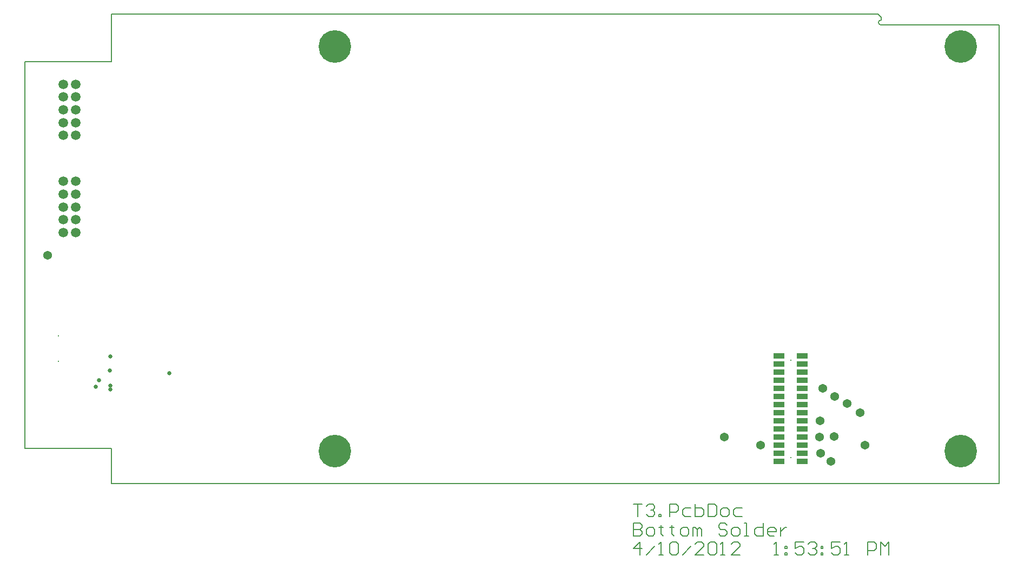
<source format=gbs>
%FSLAX44Y44*%
%MOMM*%
G71*
G01*
G75*
G04 Layer_Color=16711935*
%ADD10O,1.8000X0.4500*%
%ADD11R,0.5000X0.6000*%
%ADD12R,0.9000X0.8000*%
%ADD13R,0.6000X0.7000*%
%ADD14R,2.3000X0.5000*%
%ADD15R,2.5000X2.0000*%
%ADD16C,0.3810*%
%ADD17C,0.5080*%
%ADD18C,0.2540*%
%ADD19C,0.1270*%
%ADD20C,0.1524*%
%ADD21C,1.3970*%
%ADD22C,0.1270*%
%ADD23C,5.0000*%
%ADD24C,0.2000*%
%ADD25C,1.2700*%
%ADD26C,0.5588*%
%ADD27R,1.6764X0.7366*%
%ADD28O,1.9016X0.5516*%
%ADD29R,0.6016X0.7016*%
%ADD30R,1.0016X0.9016*%
%ADD31R,0.7016X0.8016*%
%ADD32R,2.4016X0.6016*%
%ADD33R,2.6016X2.1016*%
%ADD34C,1.4986*%
%ADD35C,0.2286*%
%ADD36C,5.1016*%
%ADD37C,0.3016*%
%ADD38C,1.3716*%
%ADD39C,0.6604*%
%ADD40R,1.7780X0.8382*%
D19*
X1340000Y725500D02*
G03*
X1340000Y718000I0J-3750D01*
G01*
X1525000Y0D02*
Y718000D01*
X136000Y735000D02*
X1335000D01*
X1340000Y730000D01*
Y725500D02*
Y730000D01*
Y718000D02*
X1525000D01*
X136000Y0D02*
Y55000D01*
X0D02*
X136000D01*
X0D02*
Y660500D01*
X136000D02*
Y735000D01*
X0Y660500D02*
X136000D01*
D20*
X952750Y-61756D02*
Y-81750D01*
X962747D01*
X966079Y-78418D01*
Y-75086D01*
X962747Y-71753D01*
X952750D01*
X962747D01*
X966079Y-68421D01*
Y-65089D01*
X962747Y-61756D01*
X952750D01*
X976076Y-81750D02*
X982740D01*
X986073Y-78418D01*
Y-71753D01*
X982740Y-68421D01*
X976076D01*
X972744Y-71753D01*
Y-78418D01*
X976076Y-81750D01*
X996069Y-65089D02*
Y-68421D01*
X992737D01*
X999402D01*
X996069D01*
Y-78418D01*
X999402Y-81750D01*
X1012731Y-65089D02*
Y-68421D01*
X1009398D01*
X1016063D01*
X1012731D01*
Y-78418D01*
X1016063Y-81750D01*
X1029392D02*
X1036056D01*
X1039389Y-78418D01*
Y-71753D01*
X1036056Y-68421D01*
X1029392D01*
X1026060Y-71753D01*
Y-78418D01*
X1029392Y-81750D01*
X1046053D02*
Y-68421D01*
X1049386D01*
X1052718Y-71753D01*
Y-81750D01*
Y-71753D01*
X1056050Y-68421D01*
X1059382Y-71753D01*
Y-81750D01*
X1099369Y-65089D02*
X1096037Y-61756D01*
X1089373D01*
X1086040Y-65089D01*
Y-68421D01*
X1089373Y-71753D01*
X1096037D01*
X1099369Y-75086D01*
Y-78418D01*
X1096037Y-81750D01*
X1089373D01*
X1086040Y-78418D01*
X1109366Y-81750D02*
X1116031D01*
X1119363Y-78418D01*
Y-71753D01*
X1116031Y-68421D01*
X1109366D01*
X1106034Y-71753D01*
Y-78418D01*
X1109366Y-81750D01*
X1126028D02*
X1132692D01*
X1129360D01*
Y-61756D01*
X1126028D01*
X1156018D02*
Y-81750D01*
X1146021D01*
X1142689Y-78418D01*
Y-71753D01*
X1146021Y-68421D01*
X1156018D01*
X1172679Y-81750D02*
X1166015D01*
X1162682Y-78418D01*
Y-71753D01*
X1166015Y-68421D01*
X1172679D01*
X1176011Y-71753D01*
Y-75086D01*
X1162682D01*
X1182676Y-68421D02*
Y-81750D01*
Y-75086D01*
X1186008Y-71753D01*
X1189340Y-68421D01*
X1192673D01*
X136000Y0D02*
X1525000D01*
X1172750Y-111750D02*
X1179415D01*
X1176082D01*
Y-91756D01*
X1172750Y-95089D01*
X1189411Y-98421D02*
X1192744D01*
Y-101753D01*
X1189411D01*
Y-98421D01*
Y-108418D02*
X1192744D01*
Y-111750D01*
X1189411D01*
Y-108418D01*
X1219402Y-91756D02*
X1206072D01*
Y-101753D01*
X1212737Y-98421D01*
X1216069D01*
X1219402Y-101753D01*
Y-108418D01*
X1216069Y-111750D01*
X1209405D01*
X1206072Y-108418D01*
X1226066Y-95089D02*
X1229398Y-91756D01*
X1236063D01*
X1239395Y-95089D01*
Y-98421D01*
X1236063Y-101753D01*
X1232731D01*
X1236063D01*
X1239395Y-105085D01*
Y-108418D01*
X1236063Y-111750D01*
X1229398D01*
X1226066Y-108418D01*
X1246060Y-98421D02*
X1249392D01*
Y-101753D01*
X1246060D01*
Y-98421D01*
Y-108418D02*
X1249392D01*
Y-111750D01*
X1246060D01*
Y-108418D01*
X1276050Y-91756D02*
X1262721D01*
Y-101753D01*
X1269385Y-98421D01*
X1272718D01*
X1276050Y-101753D01*
Y-108418D01*
X1272718Y-111750D01*
X1266053D01*
X1262721Y-108418D01*
X1282715Y-111750D02*
X1289379D01*
X1286047D01*
Y-91756D01*
X1282715Y-95089D01*
X1319369Y-111750D02*
Y-91756D01*
X1329366D01*
X1332698Y-95089D01*
Y-101753D01*
X1329366Y-105085D01*
X1319369D01*
X1339363Y-111750D02*
Y-91756D01*
X1346027Y-98421D01*
X1352692Y-91756D01*
Y-111750D01*
X962747D02*
Y-91756D01*
X952750Y-101753D01*
X966079D01*
X972744Y-111750D02*
X986073Y-98421D01*
X992737Y-111750D02*
X999402D01*
X996069D01*
Y-91756D01*
X992737Y-95089D01*
X1009398D02*
X1012731Y-91756D01*
X1019395D01*
X1022727Y-95089D01*
Y-108418D01*
X1019395Y-111750D01*
X1012731D01*
X1009398Y-108418D01*
Y-95089D01*
X1029392Y-111750D02*
X1042721Y-98421D01*
X1062714Y-111750D02*
X1049386D01*
X1062714Y-98421D01*
Y-95089D01*
X1059382Y-91756D01*
X1052718D01*
X1049386Y-95089D01*
X1069379D02*
X1072711Y-91756D01*
X1079376D01*
X1082708Y-95089D01*
Y-108418D01*
X1079376Y-111750D01*
X1072711D01*
X1069379Y-108418D01*
Y-95089D01*
X1089373Y-111750D02*
X1096037D01*
X1092705D01*
Y-91756D01*
X1089373Y-95089D01*
X1119363Y-111750D02*
X1106034D01*
X1119363Y-98421D01*
Y-95089D01*
X1116031Y-91756D01*
X1109366D01*
X1106034Y-95089D01*
X952750Y-31756D02*
X966079D01*
X959415D01*
Y-51750D01*
X972744Y-35089D02*
X976076Y-31756D01*
X982740D01*
X986073Y-35089D01*
Y-38421D01*
X982740Y-41753D01*
X979408D01*
X982740D01*
X986073Y-45086D01*
Y-48418D01*
X982740Y-51750D01*
X976076D01*
X972744Y-48418D01*
X992737Y-51750D02*
Y-48418D01*
X996069D01*
Y-51750D01*
X992737D01*
X1009398D02*
Y-31756D01*
X1019395D01*
X1022727Y-35089D01*
Y-41753D01*
X1019395Y-45086D01*
X1009398D01*
X1042721Y-38421D02*
X1032724D01*
X1029392Y-41753D01*
Y-48418D01*
X1032724Y-51750D01*
X1042721D01*
X1049386Y-31756D02*
Y-51750D01*
X1059382D01*
X1062714Y-48418D01*
Y-45086D01*
Y-41753D01*
X1059382Y-38421D01*
X1049386D01*
X1069379Y-31756D02*
Y-51750D01*
X1079376D01*
X1082708Y-48418D01*
Y-35089D01*
X1079376Y-31756D01*
X1069379D01*
X1092705Y-51750D02*
X1099369D01*
X1102702Y-48418D01*
Y-41753D01*
X1099369Y-38421D01*
X1092705D01*
X1089373Y-41753D01*
Y-48418D01*
X1092705Y-51750D01*
X1122695Y-38421D02*
X1112698D01*
X1109366Y-41753D01*
Y-48418D01*
X1112698Y-51750D01*
X1122695D01*
D34*
X60000Y625000D02*
D03*
X80000D02*
D03*
X60000Y605000D02*
D03*
X80000D02*
D03*
X60000Y585000D02*
D03*
X80000D02*
D03*
X60000Y565000D02*
D03*
X80000D02*
D03*
X60000Y545000D02*
D03*
X80000D02*
D03*
Y393000D02*
D03*
X60000D02*
D03*
X80000Y413000D02*
D03*
X60000D02*
D03*
X80000Y433000D02*
D03*
X60000D02*
D03*
X80000Y453000D02*
D03*
X60000D02*
D03*
X80000Y473000D02*
D03*
X60000D02*
D03*
D35*
X1198680Y41100D02*
D03*
Y193500D02*
D03*
D36*
X485000Y51250D02*
D03*
Y683750D02*
D03*
X1465000D02*
D03*
Y51250D02*
D03*
D37*
X53000Y231000D02*
D03*
Y191000D02*
D03*
D38*
X1248950Y149050D02*
D03*
X1267650Y136350D02*
D03*
X1287000Y125000D02*
D03*
X1307050Y110950D02*
D03*
X1315000Y60000D02*
D03*
X1244750Y98250D02*
D03*
X1244000Y73000D02*
D03*
X1267000Y74000D02*
D03*
X1152000Y60000D02*
D03*
X1095150Y72850D02*
D03*
X36000Y357000D02*
D03*
X1245550Y47450D02*
D03*
X1262000Y35000D02*
D03*
D39*
X133750Y198750D02*
D03*
X133000Y177000D02*
D03*
X134000Y153000D02*
D03*
Y147000D02*
D03*
X226000Y173000D02*
D03*
X111000Y152000D02*
D03*
X116000Y162000D02*
D03*
D40*
X1217095Y34750D02*
D03*
Y47450D02*
D03*
X1180265D02*
D03*
X1217095Y60150D02*
D03*
X1180265D02*
D03*
X1217095Y72850D02*
D03*
X1180265D02*
D03*
X1217095Y85550D02*
D03*
X1180265D02*
D03*
X1217095Y98250D02*
D03*
X1180265D02*
D03*
X1217095Y110950D02*
D03*
X1180265D02*
D03*
Y34750D02*
D03*
X1217095Y123650D02*
D03*
Y136350D02*
D03*
X1180265D02*
D03*
X1217095Y149050D02*
D03*
X1180265D02*
D03*
X1217095Y161750D02*
D03*
X1180265D02*
D03*
X1217095Y174450D02*
D03*
X1180265D02*
D03*
X1217095Y187150D02*
D03*
X1180265D02*
D03*
X1217095Y199850D02*
D03*
X1180265D02*
D03*
Y123650D02*
D03*
M02*

</source>
